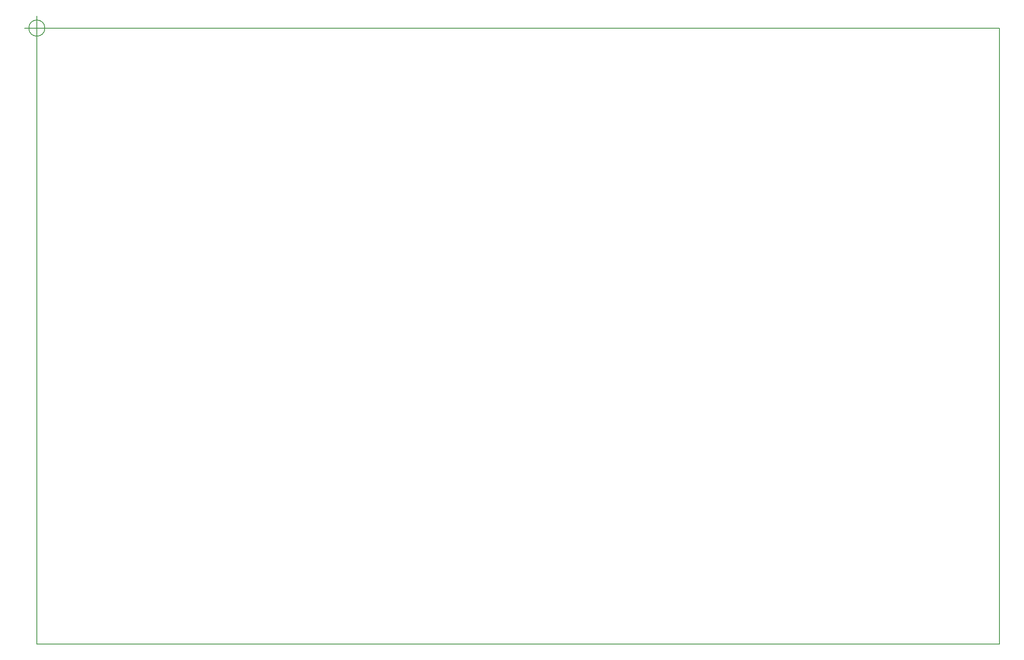
<source format=gbr>
G04 #@! TF.GenerationSoftware,KiCad,Pcbnew,(5.0.0-rc2-dev-586-g888c43477)*
G04 #@! TF.CreationDate,2018-08-27T22:46:23-03:00*
G04 #@! TF.ProjectId,Mcc18,4D636331382E6B696361645F70636200,rev?*
G04 #@! TF.SameCoordinates,Original*
G04 #@! TF.FileFunction,Profile,NP*
%FSLAX46Y46*%
G04 Gerber Fmt 4.6, Leading zero omitted, Abs format (unit mm)*
G04 Created by KiCad (PCBNEW (5.0.0-rc2-dev-586-g888c43477)) date 08/27/18 22:46:23*
%MOMM*%
%LPD*%
G01*
G04 APERTURE LIST*
%ADD10C,0.150000*%
G04 APERTURE END LIST*
D10*
X51704666Y-29718000D02*
G75*
G03X51704666Y-29718000I-1666666J0D01*
G01*
X47538000Y-29718000D02*
X52538000Y-29718000D01*
X50038000Y-27218000D02*
X50038000Y-32218000D01*
X50038000Y-39878000D02*
X50038000Y-29718000D01*
X249174000Y-29718000D02*
X249174000Y-157226000D01*
X50038000Y-147066000D02*
X50038000Y-157226000D01*
X50038000Y-147066000D02*
X50038000Y-39878000D01*
X249174000Y-157226000D02*
X50038000Y-157226000D01*
X50038000Y-29718000D02*
X249174000Y-29718000D01*
M02*

</source>
